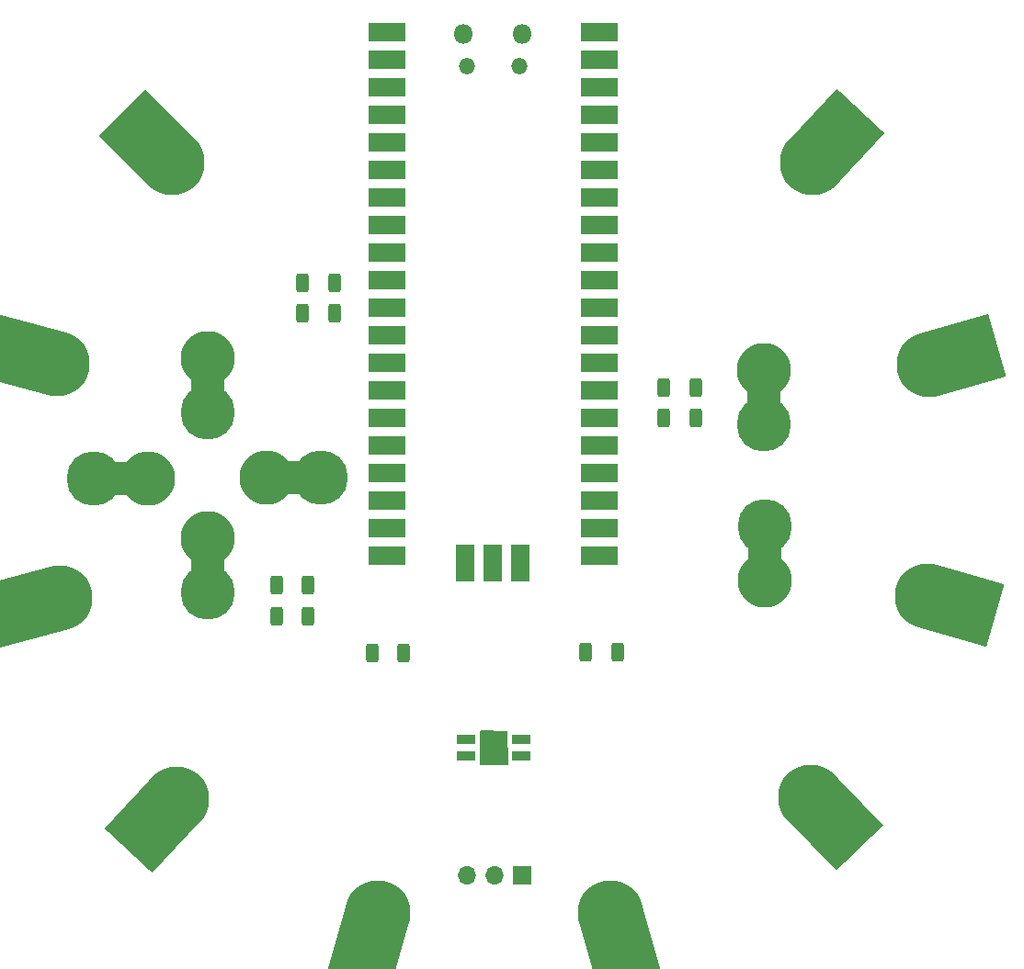
<source format=gbr>
%TF.GenerationSoftware,KiCad,Pcbnew,6.0.4*%
%TF.CreationDate,2022-05-06T01:24:21+02:00*%
%TF.ProjectId,FrisbeeMitBiene02,46726973-6265-4654-9d69-744269656e65,rev?*%
%TF.SameCoordinates,Original*%
%TF.FileFunction,Soldermask,Top*%
%TF.FilePolarity,Negative*%
%FSLAX46Y46*%
G04 Gerber Fmt 4.6, Leading zero omitted, Abs format (unit mm)*
G04 Created by KiCad (PCBNEW 6.0.4) date 2022-05-06 01:24:21*
%MOMM*%
%LPD*%
G01*
G04 APERTURE LIST*
G04 Aperture macros list*
%AMRoundRect*
0 Rectangle with rounded corners*
0 $1 Rounding radius*
0 $2 $3 $4 $5 $6 $7 $8 $9 X,Y pos of 4 corners*
0 Add a 4 corners polygon primitive as box body*
4,1,4,$2,$3,$4,$5,$6,$7,$8,$9,$2,$3,0*
0 Add four circle primitives for the rounded corners*
1,1,$1+$1,$2,$3*
1,1,$1+$1,$4,$5*
1,1,$1+$1,$6,$7*
1,1,$1+$1,$8,$9*
0 Add four rect primitives between the rounded corners*
20,1,$1+$1,$2,$3,$4,$5,0*
20,1,$1+$1,$4,$5,$6,$7,0*
20,1,$1+$1,$6,$7,$8,$9,0*
20,1,$1+$1,$8,$9,$2,$3,0*%
%AMFreePoly0*
4,1,34,6.500000,-3.000000,0.000000,-3.000000,0.000000,-2.998354,-0.313585,-2.983566,-0.654430,-2.927750,-0.986600,-2.833129,-1.305693,-2.700956,-1.607480,-2.532984,-1.887961,-2.331438,-2.143418,-2.098990,-2.370465,-1.838721,-2.566093,-1.554081,-2.727708,-1.248842,-2.853170,-0.927051,-2.940814,-0.592971,-2.989479,-0.251034,-2.998520,0.094231,-2.967817,0.438249,-2.897777,0.776457,-2.789329,1.104374,
-2.643910,1.417652,-2.463448,1.712141,-2.250333,1.983936,-2.007392,2.229434,-1.737844,2.445383,-1.445261,2.628920,-1.133522,2.777612,-0.806759,2.889488,-0.469303,2.963064,-0.125627,2.997368,0.000000,2.995395,0.000000,3.000000,6.500000,3.000000,6.500000,-3.000000,6.500000,-3.000000,$1*%
%AMFreePoly1*
4,1,48,0.468453,2.455718,0.772542,2.377641,1.064448,2.262068,1.339567,2.110820,1.593560,1.926283,1.822422,1.711368,1.955916,1.550000,3.250000,1.550000,3.285355,1.535355,3.300000,1.500000,3.300000,-1.500000,3.285355,-1.535355,3.250000,-1.550000,1.955916,-1.550000,1.822422,-1.711368,1.593560,-1.926283,1.339567,-2.110820,1.064448,-2.262068,0.772542,-2.377641,0.468453,-2.455718,
0.156976,-2.495067,-0.156976,-2.495067,-0.468453,-2.455718,-0.772542,-2.377641,-1.064448,-2.262068,-1.339567,-2.110820,-1.593560,-1.926283,-1.822422,-1.711368,-2.022542,-1.469463,-2.190767,-1.204384,-2.324441,-0.920311,-2.421458,-0.621725,-2.480287,-0.313333,-2.500000,0.000000,-2.480287,0.313333,-2.421458,0.621725,-2.324441,0.920311,-2.190767,1.204384,-2.022542,1.469463,-1.822422,1.711368,
-1.593560,1.926283,-1.339567,2.110820,-1.064448,2.262068,-0.772542,2.377641,-0.468453,2.455718,-0.156976,2.495067,0.156976,2.495067,0.468453,2.455718,0.468453,2.455718,$1*%
G04 Aperture macros list end*
%ADD10RoundRect,0.250000X0.312500X0.625000X-0.312500X0.625000X-0.312500X-0.625000X0.312500X-0.625000X0*%
%ADD11C,6.000000*%
%ADD12FreePoly0,16.000000*%
%ADD13FreePoly0,165.000000*%
%ADD14FreePoly0,135.000000*%
%ADD15FreePoly0,227.000000*%
%ADD16FreePoly1,270.000000*%
%ADD17C,5.000000*%
%ADD18FreePoly1,180.000000*%
%ADD19FreePoly1,90.000000*%
%ADD20RoundRect,0.250000X-0.312500X-0.625000X0.312500X-0.625000X0.312500X0.625000X-0.312500X0.625000X0*%
%ADD21FreePoly1,0.000000*%
%ADD22O,1.800000X1.800000*%
%ADD23O,1.500000X1.500000*%
%ADD24R,3.500000X1.700000*%
%ADD25R,1.700000X3.500000*%
%ADD26FreePoly0,314.000000*%
%ADD27FreePoly0,344.000000*%
%ADD28FreePoly0,286.000000*%
%ADD29FreePoly0,195.000000*%
%ADD30FreePoly0,254.000000*%
%ADD31R,1.700000X1.700000*%
%ADD32O,1.700000X1.700000*%
%ADD33R,1.800000X0.820000*%
%ADD34FreePoly0,47.000000*%
G04 APERTURE END LIST*
D10*
%TO.C,R1*%
X135422100Y-91973400D03*
X132497100Y-91973400D03*
%TD*%
D11*
%TO.C,PWR1*%
X190164244Y-99491314D03*
D12*
X190164244Y-99491314D03*
%TD*%
D13*
%TO.C,GND1*%
X109850488Y-99443651D03*
D11*
X109850488Y-99443651D03*
%TD*%
%TO.C,GND2*%
X120476757Y-80852757D03*
D14*
X120476757Y-80852757D03*
%TD*%
D11*
%TO.C,D1*%
X120827800Y-139547600D03*
D15*
X120827800Y-139547600D03*
%TD*%
D16*
%TO.C,D10/Up1*%
X123748800Y-98896800D03*
D17*
X123748800Y-103896800D03*
%TD*%
%TO.C,D12/Right1*%
X113273200Y-109982000D03*
D18*
X118273200Y-109982000D03*
%TD*%
D17*
%TO.C,D13/Down1*%
X123750000Y-120500000D03*
D16*
X123750000Y-115500000D03*
%TD*%
D19*
%TO.C,D20/Click1*%
X175031400Y-119390800D03*
D17*
X175031400Y-114390800D03*
%TD*%
D10*
%TO.C,R2*%
X135422100Y-94742000D03*
X132497100Y-94742000D03*
%TD*%
%TO.C,R3*%
X132983700Y-119837200D03*
X130058700Y-119837200D03*
%TD*%
D20*
%TO.C,R6*%
X165745100Y-101625400D03*
X168670100Y-101625400D03*
%TD*%
%TO.C,R5*%
X165770500Y-104419400D03*
X168695500Y-104419400D03*
%TD*%
D10*
%TO.C,R4*%
X132983700Y-122682000D03*
X130058700Y-122682000D03*
%TD*%
D21*
%TO.C,D11/Left1*%
X129148200Y-109880400D03*
D17*
X134148200Y-109880400D03*
%TD*%
D16*
%TO.C,D21/Space1*%
X175000000Y-100000000D03*
D17*
X175000000Y-105000000D03*
%TD*%
D20*
%TO.C,R7*%
X138872500Y-126085600D03*
X141797500Y-126085600D03*
%TD*%
D22*
%TO.C,U1*%
X152725000Y-69000000D03*
X147275000Y-69000000D03*
D23*
X152425000Y-72030000D03*
X147575000Y-72030000D03*
D24*
X140210000Y-68870000D03*
X140210000Y-71410000D03*
X140210000Y-73950000D03*
X140210000Y-76490000D03*
X140210000Y-79030000D03*
X140210000Y-81570000D03*
X140210000Y-84110000D03*
X140210000Y-86650000D03*
X140210000Y-89190000D03*
X140210000Y-91730000D03*
X140210000Y-94270000D03*
X140210000Y-96810000D03*
X140210000Y-99350000D03*
X140210000Y-101890000D03*
X140210000Y-104430000D03*
X140210000Y-106970000D03*
X140210000Y-109510000D03*
X140210000Y-112050000D03*
X140210000Y-114590000D03*
X140210000Y-117130000D03*
X159790000Y-117130000D03*
X159790000Y-114590000D03*
X159790000Y-112050000D03*
X159790000Y-109510000D03*
X159790000Y-106970000D03*
X159790000Y-104430000D03*
X159790000Y-101890000D03*
X159790000Y-99350000D03*
X159790000Y-96810000D03*
X159790000Y-94270000D03*
X159790000Y-91730000D03*
X159790000Y-89190000D03*
X159790000Y-86650000D03*
X159790000Y-84110000D03*
X159790000Y-81570000D03*
X159790000Y-79030000D03*
X159790000Y-76490000D03*
X159790000Y-73950000D03*
X159790000Y-71410000D03*
X159790000Y-68870000D03*
D25*
X147460000Y-117800000D03*
X150000000Y-117800000D03*
X152540000Y-117800000D03*
%TD*%
D26*
%TO.C,A1*%
X179247800Y-139395200D03*
D11*
X179247800Y-139395200D03*
%TD*%
%TO.C,A2*%
X190011844Y-120879086D03*
D27*
X190011844Y-120879086D03*
%TD*%
D11*
%TO.C,A0*%
X160832800Y-150037800D03*
D28*
X160832800Y-150037800D03*
%TD*%
D29*
%TO.C,D0*%
X110083600Y-121005600D03*
D11*
X110083600Y-121005600D03*
%TD*%
%TO.C,D2*%
X139395200Y-150088600D03*
D30*
X139395200Y-150088600D03*
%TD*%
D31*
%TO.C,OesenPinHeader1*%
X152725000Y-146600000D03*
D32*
X150185000Y-146600000D03*
X147645000Y-146600000D03*
%TD*%
D33*
%TO.C,NeoPixel1*%
X147550000Y-135560000D03*
X147550000Y-134060000D03*
X152650000Y-134060000D03*
X152650000Y-135560000D03*
%TD*%
D34*
%TO.C,PWR2*%
X179425600Y-80848200D03*
D11*
X179425600Y-80848200D03*
%TD*%
D10*
%TO.C,R8*%
X161462500Y-126000000D03*
X158537500Y-126000000D03*
%TD*%
G36*
X151237331Y-133246311D02*
G01*
X151305058Y-133267610D01*
X151350518Y-133322143D01*
X151360911Y-133370342D01*
X151405713Y-136270390D01*
X151386766Y-136338811D01*
X151333834Y-136386127D01*
X151279820Y-136398336D01*
X148921780Y-136400053D01*
X148853644Y-136380101D01*
X148807113Y-136326479D01*
X148795688Y-136273969D01*
X148797661Y-133328079D01*
X148817709Y-133259971D01*
X148871395Y-133213514D01*
X148926066Y-133202186D01*
X151237331Y-133246311D01*
G37*
M02*

</source>
